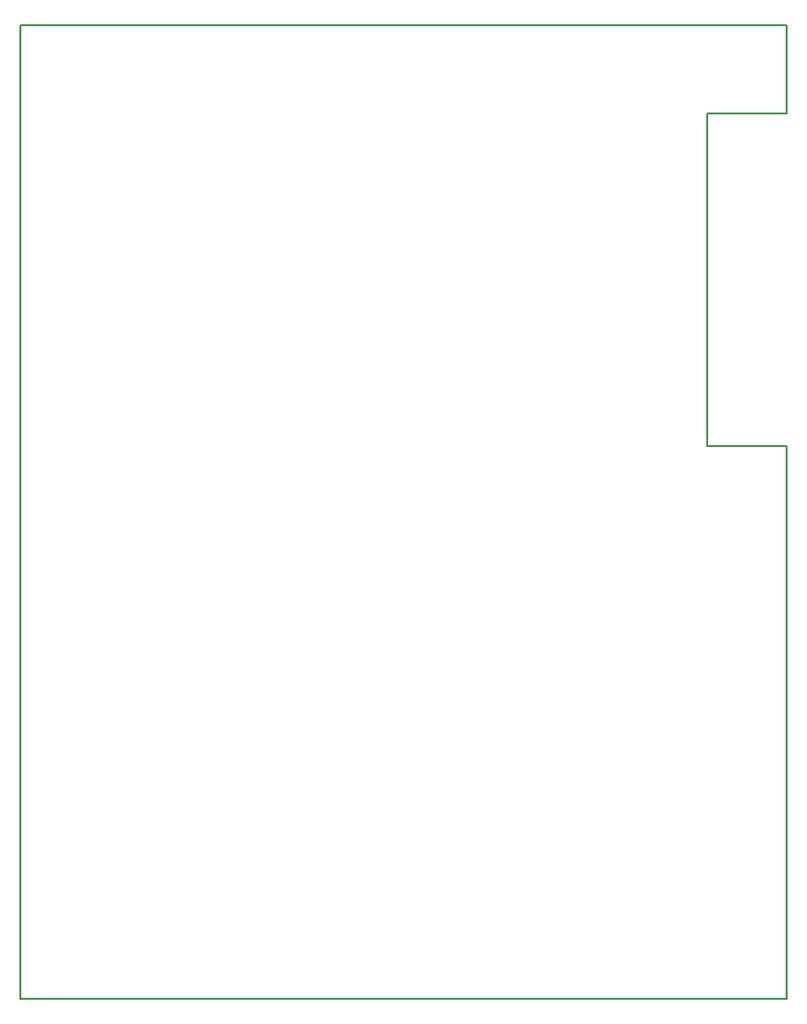
<source format=gbr>
G04 #@! TF.GenerationSoftware,KiCad,Pcbnew,(5.1.5)-3*
G04 #@! TF.CreationDate,2021-07-10T17:40:16+02:00*
G04 #@! TF.ProjectId,EnergyMonitor,456e6572-6779-44d6-9f6e-69746f722e6b,rev?*
G04 #@! TF.SameCoordinates,Original*
G04 #@! TF.FileFunction,Profile,NP*
%FSLAX46Y46*%
G04 Gerber Fmt 4.6, Leading zero omitted, Abs format (unit mm)*
G04 Created by KiCad (PCBNEW (5.1.5)-3) date 2021-07-10 17:40:16*
%MOMM*%
%LPD*%
G04 APERTURE LIST*
%ADD10C,0.200000*%
G04 APERTURE END LIST*
D10*
X178000000Y-76159360D02*
X178000000Y-124370000D01*
X171000000Y-76159360D02*
X178000000Y-76159360D01*
X171000000Y-47076360D02*
X171000000Y-76159360D01*
X178000000Y-47076360D02*
X171000000Y-47076360D01*
X178000000Y-39370000D02*
X178000000Y-47076360D01*
X111000000Y-124370000D02*
X178000000Y-124370000D01*
X111000000Y-124370000D02*
X111000000Y-39370000D01*
X111000000Y-39370000D02*
X178000000Y-39370000D01*
M02*

</source>
